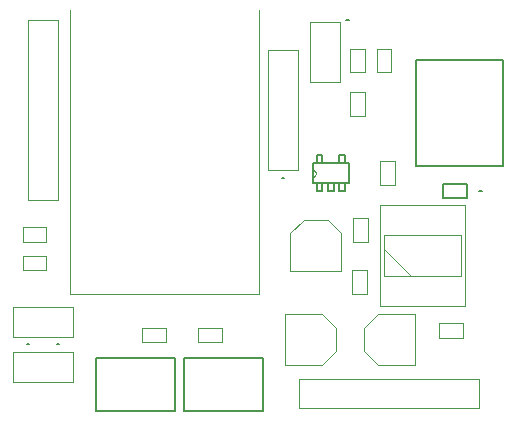
<source format=gbr>
G04*
G04 #@! TF.GenerationSoftware,Altium Limited,Altium Designer,24.1.2 (44)*
G04*
G04 Layer_Color=16711935*
%FSLAX25Y25*%
%MOIN*%
G70*
G04*
G04 #@! TF.SameCoordinates,EBF418CC-EE97-4C3D-AA47-A42144AD25BC*
G04*
G04*
G04 #@! TF.FilePolarity,Positive*
G04*
G01*
G75*
%ADD10C,0.00787*%
%ADD11C,0.00000*%
%ADD12C,0.00197*%
%ADD14C,0.00500*%
%ADD15C,0.00600*%
%ADD72C,0.00394*%
D10*
X143394Y149441D02*
X142606D01*
X143394D01*
X133394Y149559D02*
X132606D01*
X133394D01*
X218394Y204941D02*
X217606D01*
X218394D01*
X284224Y200500D02*
X283437D01*
X284224D01*
X239894Y257500D02*
X239106D01*
X239894D01*
D11*
X227900Y205300D02*
X228748Y205651D01*
X229100Y206500D01*
X228748Y207348D01*
X227900Y207700D01*
D12*
X250327Y162169D02*
Y195831D01*
X278673D01*
Y162169D02*
Y195831D01*
X250327Y162169D02*
X278673D01*
D14*
X211335Y127142D02*
Y144858D01*
X184917Y127142D02*
X211335D01*
X184917D02*
Y144858D01*
X211335D01*
X181992Y127299D02*
Y145016D01*
X155575Y127299D02*
X181992D01*
X155575D02*
Y145016D01*
X181992D01*
X279303Y198039D02*
Y202961D01*
X271429Y198039D02*
Y202961D01*
Y198039D02*
X279303D01*
X271429Y202961D02*
X279303D01*
X262299Y244098D02*
X291236D01*
Y208902D02*
Y244098D01*
X262299Y208902D02*
X291236D01*
X262299D02*
Y244098D01*
D15*
X240100Y203100D02*
Y209900D01*
X238700D02*
X240100D01*
X236800D02*
X238700D01*
X231200D02*
X236800D01*
X227900Y207700D02*
Y209900D01*
Y205300D02*
Y207700D01*
Y203100D02*
Y205300D01*
Y203100D02*
X229300D01*
X231200D01*
X233000D01*
X235000D01*
X236800D01*
X229300Y200600D02*
Y203100D01*
Y200600D02*
X231200D01*
Y203100D01*
X233000Y200600D02*
Y203100D01*
Y200600D02*
X235000D01*
Y203100D01*
X238700D02*
X240100D01*
X236800D02*
X238700D01*
X236800Y200600D02*
Y203100D01*
Y200600D02*
X238700D01*
Y203100D01*
Y209900D02*
Y212400D01*
X236800D02*
X238700D01*
X236800Y209900D02*
Y212400D01*
X227900Y209900D02*
X229300D01*
X231200D01*
Y212400D01*
X229300D02*
X231200D01*
X229300Y209900D02*
Y212400D01*
D72*
X209996Y166256D02*
Y260744D01*
X147004Y166256D02*
Y260744D01*
Y166256D02*
X209996D01*
X139177Y183539D02*
Y188461D01*
X131303D02*
X139177D01*
X131303Y183539D02*
Y188461D01*
Y183539D02*
X139177D01*
X131303Y174039D02*
Y178961D01*
Y174039D02*
X139177D01*
Y178961D01*
X131303D02*
X139177D01*
X171063Y154961D02*
X178937D01*
Y150039D02*
Y154961D01*
X171063Y150039D02*
X178937D01*
X171063D02*
Y154961D01*
X189803D02*
X197677D01*
Y150039D02*
Y154961D01*
X189803Y150039D02*
X197677D01*
X189803D02*
Y154961D01*
X148000Y152000D02*
Y162000D01*
X128000D02*
X148000D01*
X128000Y152000D02*
Y162000D01*
Y152000D02*
X148000D01*
X128000Y137000D02*
Y147000D01*
Y137000D02*
X148000D01*
Y147000D01*
X128000D02*
X148000D01*
X251705Y172110D02*
Y185890D01*
X277295D01*
Y172110D02*
Y185890D01*
X251705Y172110D02*
X277295D01*
X251705Y181165D02*
X260760Y172110D01*
X213000Y207500D02*
X223000D01*
Y247500D01*
X213000D02*
X223000D01*
X213000Y207500D02*
Y247500D01*
X277937Y151539D02*
Y156461D01*
X270063D02*
X277937D01*
X270063Y151539D02*
Y156461D01*
Y151539D02*
X277937D01*
X245035Y154937D02*
X249563Y159465D01*
X261965D01*
Y142535D02*
Y159465D01*
X249563Y142535D02*
X261965D01*
X245035Y147063D02*
X249563Y142535D01*
X245035Y147063D02*
Y154937D01*
X249563Y159465D01*
X231047Y142535D02*
X235575Y147063D01*
X218646Y142535D02*
X231047D01*
X218646D02*
Y159465D01*
X231047D01*
X235575Y154937D01*
Y147063D02*
Y154937D01*
X231047Y142535D02*
X235575Y147063D01*
X232937Y190965D02*
X237465Y186437D01*
Y174035D02*
Y186437D01*
X220535Y174035D02*
X237465D01*
X220535D02*
Y186437D01*
X225063Y190965D01*
X232937D01*
X237465Y186437D01*
X241539Y191437D02*
X246461D01*
X241539Y183563D02*
Y191437D01*
Y183563D02*
X246461D01*
Y191437D01*
X241039Y174177D02*
X245961D01*
X241039Y166303D02*
Y174177D01*
Y166303D02*
X245961D01*
Y174177D01*
X250539Y202563D02*
X255461D01*
Y210437D01*
X250539D02*
X255461D01*
X250539Y202563D02*
Y210437D01*
X240539Y233437D02*
X245461D01*
X240539Y225563D02*
Y233437D01*
Y225563D02*
X245461D01*
Y233437D01*
X227139Y257000D02*
X237139D01*
X227139Y237000D02*
Y257000D01*
Y237000D02*
X237139D01*
Y257000D01*
X249250Y247937D02*
X254172D01*
X249250Y240063D02*
Y247937D01*
Y240063D02*
X254172D01*
Y247937D01*
X240539Y240063D02*
X245461D01*
Y247937D01*
X240539D02*
X245461D01*
X240539Y240063D02*
Y247937D01*
X133098Y257500D02*
X142902D01*
X133098Y197500D02*
Y257500D01*
Y197500D02*
X142902D01*
Y257500D01*
X283500Y128098D02*
Y137902D01*
X223500D02*
X283500D01*
X223500Y128098D02*
Y137902D01*
Y128098D02*
X283500D01*
M02*

</source>
